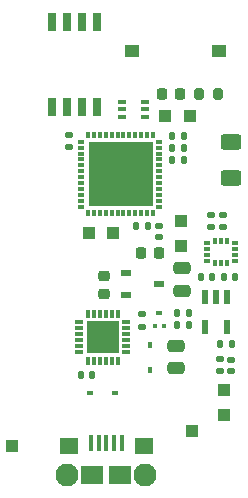
<source format=gbr>
%TF.GenerationSoftware,KiCad,Pcbnew,(6.0.0)*%
%TF.CreationDate,2022-02-22T11:37:22+00:00*%
%TF.ProjectId,Tracer,54726163-6572-42e6-9b69-6361645f7063,A*%
%TF.SameCoordinates,Original*%
%TF.FileFunction,Soldermask,Top*%
%TF.FilePolarity,Negative*%
%FSLAX46Y46*%
G04 Gerber Fmt 4.6, Leading zero omitted, Abs format (unit mm)*
G04 Created by KiCad (PCBNEW (6.0.0)) date 2022-02-22 11:37:22*
%MOMM*%
%LPD*%
G01*
G04 APERTURE LIST*
G04 Aperture macros list*
%AMRoundRect*
0 Rectangle with rounded corners*
0 $1 Rounding radius*
0 $2 $3 $4 $5 $6 $7 $8 $9 X,Y pos of 4 corners*
0 Add a 4 corners polygon primitive as box body*
4,1,4,$2,$3,$4,$5,$6,$7,$8,$9,$2,$3,0*
0 Add four circle primitives for the rounded corners*
1,1,$1+$1,$2,$3*
1,1,$1+$1,$4,$5*
1,1,$1+$1,$6,$7*
1,1,$1+$1,$8,$9*
0 Add four rect primitives between the rounded corners*
20,1,$1+$1,$2,$3,$4,$5,0*
20,1,$1+$1,$4,$5,$6,$7,0*
20,1,$1+$1,$6,$7,$8,$9,0*
20,1,$1+$1,$8,$9,$2,$3,0*%
G04 Aperture macros list end*
%ADD10RoundRect,0.135000X-0.135000X-0.185000X0.135000X-0.185000X0.135000X0.185000X-0.135000X0.185000X0*%
%ADD11RoundRect,0.140000X0.140000X0.170000X-0.140000X0.170000X-0.140000X-0.170000X0.140000X-0.170000X0*%
%ADD12RoundRect,0.250000X0.475000X-0.250000X0.475000X0.250000X-0.475000X0.250000X-0.475000X-0.250000X0*%
%ADD13R,0.600000X0.450000*%
%ADD14R,0.400000X0.450000*%
%ADD15R,0.500000X0.450000*%
%ADD16RoundRect,0.135000X0.135000X0.185000X-0.135000X0.185000X-0.135000X-0.185000X0.135000X-0.185000X0*%
%ADD17RoundRect,0.250000X-0.475000X0.250000X-0.475000X-0.250000X0.475000X-0.250000X0.475000X0.250000X0*%
%ADD18R,0.575000X0.350000*%
%ADD19R,0.350000X0.575000*%
%ADD20R,0.400000X1.350000*%
%ADD21C,1.950000*%
%ADD22R,1.600000X1.400000*%
%ADD23R,1.900000X1.600000*%
%ADD24R,0.600000X1.200000*%
%ADD25R,1.000000X1.000000*%
%ADD26RoundRect,0.135000X0.185000X-0.135000X0.185000X0.135000X-0.185000X0.135000X-0.185000X-0.135000X0*%
%ADD27RoundRect,0.140000X-0.170000X0.140000X-0.170000X-0.140000X0.170000X-0.140000X0.170000X0.140000X0*%
%ADD28R,0.900000X0.600000*%
%ADD29RoundRect,0.135000X-0.185000X0.135000X-0.185000X-0.135000X0.185000X-0.135000X0.185000X0.135000X0*%
%ADD30RoundRect,0.140000X-0.140000X-0.170000X0.140000X-0.170000X0.140000X0.170000X-0.140000X0.170000X0*%
%ADD31R,1.200000X1.000000*%
%ADD32R,0.450000X0.600000*%
%ADD33RoundRect,0.225000X0.225000X0.250000X-0.225000X0.250000X-0.225000X-0.250000X0.225000X-0.250000X0*%
%ADD34R,0.800000X0.300000*%
%ADD35R,0.300000X0.800000*%
%ADD36R,2.800000X2.800000*%
%ADD37RoundRect,0.250000X-0.625000X0.400000X-0.625000X-0.400000X0.625000X-0.400000X0.625000X0.400000X0*%
%ADD38R,0.650000X0.400000*%
%ADD39R,0.550000X0.350000*%
%ADD40R,0.350000X0.550000*%
%ADD41R,5.500000X5.500000*%
%ADD42RoundRect,0.225000X0.250000X-0.225000X0.250000X0.225000X-0.250000X0.225000X-0.250000X-0.225000X0*%
%ADD43RoundRect,0.225000X-0.225000X-0.250000X0.225000X-0.250000X0.225000X0.250000X-0.225000X0.250000X0*%
%ADD44R,0.650000X1.650000*%
%ADD45RoundRect,0.200000X0.200000X0.275000X-0.200000X0.275000X-0.200000X-0.275000X0.200000X-0.275000X0*%
%ADD46RoundRect,0.147500X-0.172500X0.147500X-0.172500X-0.147500X0.172500X-0.147500X0.172500X0.147500X0*%
%ADD47RoundRect,0.147500X-0.147500X-0.172500X0.147500X-0.172500X0.147500X0.172500X-0.147500X0.172500X0*%
%ADD48RoundRect,0.140000X0.170000X-0.140000X0.170000X0.140000X-0.170000X0.140000X-0.170000X-0.140000X0*%
G04 APERTURE END LIST*
D10*
%TO.C,R10*%
X173890000Y-88500000D03*
X174910000Y-88500000D03*
%TD*%
D11*
%TO.C,C1*%
X177280000Y-98400000D03*
X176320000Y-98400000D03*
%TD*%
D12*
%TO.C,C5*%
X174700000Y-99550000D03*
X174700000Y-97650000D03*
%TD*%
D13*
%TO.C,D1*%
X169050000Y-108200000D03*
X166950000Y-108200000D03*
%TD*%
D14*
%TO.C,Q2*%
X172400000Y-102595000D03*
X173200000Y-102595000D03*
D15*
X172800000Y-101445000D03*
%TD*%
D16*
%TO.C,R7*%
X174910000Y-87500000D03*
X173890000Y-87500000D03*
%TD*%
D17*
%TO.C,C3*%
X174200000Y-104250000D03*
X174200000Y-106150000D03*
%TD*%
D18*
%TO.C,IC1*%
X176837000Y-95550000D03*
X176837000Y-96050000D03*
X176837000Y-96550000D03*
X176837000Y-97050000D03*
D19*
X177500000Y-97212000D03*
X178000000Y-97212000D03*
X178500000Y-97212000D03*
D18*
X179163000Y-97050000D03*
X179163000Y-96550000D03*
X179163000Y-96050000D03*
X179163000Y-95550000D03*
D19*
X178500000Y-95388000D03*
X178000000Y-95388000D03*
X177500000Y-95388000D03*
%TD*%
D20*
%TO.C,J1*%
X167000000Y-112462500D03*
X167650000Y-112462500D03*
X168300000Y-112462500D03*
X168950000Y-112462500D03*
X169600000Y-112462500D03*
D21*
X165000000Y-115137500D03*
X171600000Y-115137500D03*
D22*
X165100000Y-112687500D03*
D23*
X167100000Y-115137500D03*
X169500000Y-115137500D03*
D22*
X171500000Y-112687500D03*
%TD*%
D24*
%TO.C,IC5*%
X178550000Y-100100000D03*
X177600000Y-100100000D03*
X176650000Y-100100000D03*
X176650000Y-102600000D03*
X178550000Y-102600000D03*
%TD*%
D25*
%TO.C,TP9*%
X168900000Y-94650000D03*
%TD*%
D26*
%TO.C,R2*%
X177900000Y-106405000D03*
X177900000Y-105385000D03*
%TD*%
D27*
%TO.C,C10*%
X172750000Y-94050000D03*
X172750000Y-95010000D03*
%TD*%
D25*
%TO.C,TP3*%
X174650000Y-95800000D03*
%TD*%
D28*
%TO.C,IC6*%
X170000000Y-98050000D03*
X170000000Y-99950000D03*
X172800000Y-99000000D03*
%TD*%
D29*
%TO.C,R4*%
X178200000Y-93190000D03*
X178200000Y-94210000D03*
%TD*%
D16*
%TO.C,R6*%
X178920000Y-104095000D03*
X177900000Y-104095000D03*
%TD*%
D25*
%TO.C,TP11*%
X178300000Y-110100000D03*
%TD*%
%TO.C,TP6*%
X175550000Y-111450000D03*
%TD*%
%TO.C,TP8*%
X166800000Y-94650000D03*
%TD*%
D10*
%TO.C,R3*%
X174290000Y-102495000D03*
X175310000Y-102495000D03*
%TD*%
D30*
%TO.C,C2*%
X178240000Y-98400000D03*
X179200000Y-98400000D03*
%TD*%
D31*
%TO.C,S1*%
X177850000Y-79300000D03*
X170450000Y-79300000D03*
%TD*%
D32*
%TO.C,D3*%
X172000000Y-104150000D03*
X172000000Y-106250000D03*
%TD*%
D33*
%TO.C,C4*%
X172775000Y-96400000D03*
X171225000Y-96400000D03*
%TD*%
D29*
%TO.C,R1*%
X171300000Y-101580000D03*
X171300000Y-102600000D03*
%TD*%
D34*
%TO.C,IC4*%
X166000000Y-102250000D03*
X166000000Y-102750000D03*
X166000000Y-103250000D03*
X166000000Y-103750000D03*
X166000000Y-104250000D03*
X166000000Y-104750000D03*
D35*
X166750000Y-105500000D03*
X167250000Y-105500000D03*
X167750000Y-105500000D03*
X168250000Y-105500000D03*
X168750000Y-105500000D03*
X169250000Y-105500000D03*
D34*
X170000000Y-104750000D03*
X170000000Y-104250000D03*
X170000000Y-103750000D03*
X170000000Y-103250000D03*
X170000000Y-102750000D03*
X170000000Y-102250000D03*
D35*
X169250000Y-101500000D03*
X168750000Y-101500000D03*
X168250000Y-101500000D03*
X167750000Y-101500000D03*
X167250000Y-101500000D03*
X166750000Y-101500000D03*
D36*
X168000000Y-103500000D03*
%TD*%
D25*
%TO.C,TP10*%
X175350000Y-84750000D03*
%TD*%
D37*
%TO.C,AE1*%
X178900000Y-86950000D03*
X178900000Y-90050000D03*
%TD*%
D10*
%TO.C,R9*%
X173890000Y-86450000D03*
X174910000Y-86450000D03*
%TD*%
D38*
%TO.C,Q1*%
X169650000Y-83550000D03*
X169650000Y-84200000D03*
X169650000Y-84850000D03*
X171550000Y-84850000D03*
X171550000Y-84200000D03*
X171550000Y-83550000D03*
%TD*%
D39*
%TO.C,IC3*%
X172800000Y-92450000D03*
X172800000Y-91950000D03*
X172800000Y-91450000D03*
X172800000Y-90950000D03*
X172800000Y-90450000D03*
X172800000Y-89950000D03*
X172800000Y-89450000D03*
X172800000Y-88950000D03*
X172800000Y-88450000D03*
X172800000Y-87950000D03*
X172800000Y-87450000D03*
X172800000Y-86950000D03*
D40*
X172250000Y-86400000D03*
X171750000Y-86400000D03*
X171250000Y-86400000D03*
X170750000Y-86400000D03*
X170250000Y-86400000D03*
X169750000Y-86400000D03*
X169250000Y-86400000D03*
X168750000Y-86400000D03*
X168250000Y-86400000D03*
X167750000Y-86400000D03*
X167250000Y-86400000D03*
X166750000Y-86400000D03*
D39*
X166200000Y-86950000D03*
X166200000Y-87450000D03*
X166200000Y-87950000D03*
X166200000Y-88450000D03*
X166200000Y-88950000D03*
X166200000Y-89450000D03*
X166200000Y-89950000D03*
X166200000Y-90450000D03*
X166200000Y-90950000D03*
X166200000Y-91450000D03*
X166200000Y-91950000D03*
X166200000Y-92450000D03*
D40*
X166750000Y-93000000D03*
X167250000Y-93000000D03*
X167750000Y-93000000D03*
X168250000Y-93000000D03*
X168750000Y-93000000D03*
X169250000Y-93000000D03*
X169750000Y-93000000D03*
X170250000Y-93000000D03*
X170750000Y-93000000D03*
X171250000Y-93000000D03*
X171750000Y-93000000D03*
X172250000Y-93000000D03*
D41*
X169506000Y-89713000D03*
%TD*%
D42*
%TO.C,C6*%
X168130000Y-99850000D03*
X168130000Y-98300000D03*
%TD*%
D25*
%TO.C,TP5*%
X160300000Y-112750000D03*
%TD*%
D43*
%TO.C,C7*%
X173025000Y-82950000D03*
X174575000Y-82950000D03*
%TD*%
D44*
%TO.C,IC2*%
X167505000Y-76800000D03*
X166235000Y-76800000D03*
X164965000Y-76800000D03*
X163695000Y-76800000D03*
X163695000Y-84000000D03*
X164965000Y-84000000D03*
X166235000Y-84000000D03*
X167505000Y-84000000D03*
%TD*%
D29*
%TO.C,R5*%
X177200000Y-93190000D03*
X177200000Y-94210000D03*
%TD*%
D11*
%TO.C,C8*%
X167080000Y-106700000D03*
X166120000Y-106700000D03*
%TD*%
D25*
%TO.C,TP7*%
X173250000Y-84750000D03*
%TD*%
%TO.C,TP4*%
X174650000Y-93700000D03*
%TD*%
D45*
%TO.C,R8*%
X177775000Y-82950000D03*
X176125000Y-82950000D03*
%TD*%
D46*
%TO.C,D2*%
X178900000Y-105415000D03*
X178900000Y-106385000D03*
%TD*%
D47*
%TO.C,D4*%
X174325000Y-101495000D03*
X175295000Y-101495000D03*
%TD*%
D25*
%TO.C,TP2*%
X178300000Y-108000000D03*
%TD*%
D48*
%TO.C,C11*%
X165100000Y-87380000D03*
X165100000Y-86420000D03*
%TD*%
D30*
%TO.C,C9*%
X170840000Y-94100000D03*
X171800000Y-94100000D03*
%TD*%
M02*

</source>
